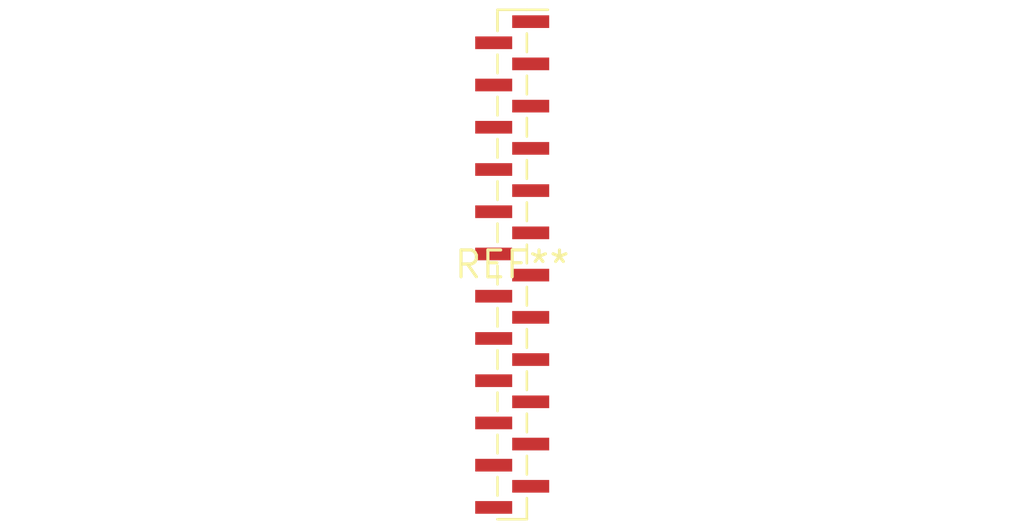
<source format=kicad_pcb>
(kicad_pcb (version 20240108) (generator pcbnew)
  (layers (0 "F.Cu" signal) (31 "B.Cu" signal) (34 "B.Paste" user) (35 "F.Paste" user) (36 "B.SilkS" user "B.Silkscreen") (37 "F.SilkS" user "F.Silkscreen") (38 "B.Mask" user) (39 "F.Mask" user) (44 "Edge.Cuts" user))
  (net 0 "")
  (footprint "PinHeader_1x24_P1.00mm_Vertical_SMD_Pin1Right" (layer "F.Cu") (at 0 0)
    (property "Reference" "REF**")
    (property "Value" "PinHeader_1x24_P1.00mm_Vertical_SMD_Pin1Right")
    (fp_line (start -0.695 -12.06) (end -0.695 -11.06) (layer "F.SilkS") (stroke (width 0.12)))
    (fp_line (start -0.695 -12.06) (end 0.695 -12.06) (layer "F.SilkS") (stroke (width 0.12)))
    (fp_line (start -0.695 -11.94) (end -0.695 -11.06) (layer "F.SilkS") (stroke (width 0.12)))
    (fp_line (start -0.695 -9.94) (end -0.695 -9.06) (layer "F.SilkS") (stroke (width 0.12)))
    (fp_line (start -0.695 -7.94) (end -0.695 -7.06) (layer "F.SilkS") (stroke (width 0.12)))
    (fp_line (start -0.695 -5.94) (end -0.695 -5.06) (layer "F.SilkS") (stroke (width 0.12)))
    (fp_line (start -0.695 -3.94) (end -0.695 -3.06) (layer "F.SilkS") (stroke (width 0.12)))
    (fp_line (start -0.695 -1.94) (end -0.695 -1.06) (layer "F.SilkS") (stroke (width 0.12)))
    (fp_line (start -0.695 0.06) (end -0.695 0.94) (layer "F.SilkS") (stroke (width 0.12)))
    (fp_line (start -0.695 2.06) (end -0.695 2.94) (layer "F.SilkS") (stroke (width 0.12)))
    (fp_line (start -0.695 4.06) (end -0.695 4.94) (layer "F.SilkS") (stroke (width 0.12)))
    (fp_line (start -0.695 6.06) (end -0.695 6.94) (layer "F.SilkS") (stroke (width 0.12)))
    (fp_line (start -0.695 8.06) (end -0.695 8.94) (layer "F.SilkS") (stroke (width 0.12)))
    (fp_line (start -0.695 10.06) (end -0.695 10.94) (layer "F.SilkS") (stroke (width 0.12)))
    (fp_line (start -0.695 12.06) (end -0.695 12.06) (layer "F.SilkS") (stroke (width 0.12)))
    (fp_line (start -0.695 12.06) (end 0.695 12.06) (layer "F.SilkS") (stroke (width 0.12)))
    (fp_line (start 0.695 -12.06) (end 0.695 -12.06) (layer "F.SilkS") (stroke (width 0.12)))
    (fp_line (start 0.695 -12.06) (end 1.69 -12.06) (layer "F.SilkS") (stroke (width 0.12)))
    (fp_line (start 0.695 -10.94) (end 0.695 -10.06) (layer "F.SilkS") (stroke (width 0.12)))
    (fp_line (start 0.695 -8.94) (end 0.695 -8.06) (layer "F.SilkS") (stroke (width 0.12)))
    (fp_line (start 0.695 -6.94) (end 0.695 -6.06) (layer "F.SilkS") (stroke (width 0.12)))
    (fp_line (start 0.695 -4.94) (end 0.695 -4.06) (layer "F.SilkS") (stroke (width 0.12)))
    (fp_line (start 0.695 -2.94) (end 0.695 -2.06) (layer "F.SilkS") (stroke (width 0.12)))
    (fp_line (start 0.695 -0.94) (end 0.695 -0.06) (layer "F.SilkS") (stroke (width 0.12)))
    (fp_line (start 0.695 1.06) (end 0.695 1.94) (layer "F.SilkS") (stroke (width 0.12)))
    (fp_line (start 0.695 3.06) (end 0.695 3.94) (layer "F.SilkS") (stroke (width 0.12)))
    (fp_line (start 0.695 5.06) (end 0.695 5.94) (layer "F.SilkS") (stroke (width 0.12)))
    (fp_line (start 0.695 7.06) (end 0.695 7.94) (layer "F.SilkS") (stroke (width 0.12)))
    (fp_line (start 0.695 9.06) (end 0.695 9.94) (layer "F.SilkS") (stroke (width 0.12)))
    (fp_line (start 0.695 11.06) (end 0.695 12.06) (layer "F.SilkS") (stroke (width 0.12)))
    (pad "1" smd rect (at 0.875 -11.5) (size 1.75 0.6) (layers "F.Cu" "F.Paste" "F.Mask"))
    (pad "2" smd rect (at -0.875 -10.5) (size 1.75 0.6) (layers "F.Cu" "F.Paste" "F.Mask"))
    (pad "3" smd rect (at 0.875 -9.5) (size 1.75 0.6) (layers "F.Cu" "F.Paste" "F.Mask"))
    (pad "4" smd rect (at -0.875 -8.5) (size 1.75 0.6) (layers "F.Cu" "F.Paste" "F.Mask"))
    (pad "5" smd rect (at 0.875 -7.5) (size 1.75 0.6) (layers "F.Cu" "F.Paste" "F.Mask"))
    (pad "6" smd rect (at -0.875 -6.5) (size 1.75 0.6) (layers "F.Cu" "F.Paste" "F.Mask"))
    (pad "7" smd rect (at 0.875 -5.5) (size 1.75 0.6) (layers "F.Cu" "F.Paste" "F.Mask"))
    (pad "8" smd rect (at -0.875 -4.5) (size 1.75 0.6) (layers "F.Cu" "F.Paste" "F.Mask"))
    (pad "9" smd rect (at 0.875 -3.5) (size 1.75 0.6) (layers "F.Cu" "F.Paste" "F.Mask"))
    (pad "10" smd rect (at -0.875 -2.5) (size 1.75 0.6) (layers "F.Cu" "F.Paste" "F.Mask"))
    (pad "11" smd rect (at 0.875 -1.5) (size 1.75 0.6) (layers "F.Cu" "F.Paste" "F.Mask"))
    (pad "12" smd rect (at -0.875 -0.5) (size 1.75 0.6) (layers "F.Cu" "F.Paste" "F.Mask"))
    (pad "13" smd rect (at 0.875 0.5) (size 1.75 0.6) (layers "F.Cu" "F.Paste" "F.Mask"))
    (pad "14" smd rect (at -0.875 1.5) (size 1.75 0.6) (layers "F.Cu" "F.Paste" "F.Mask"))
    (pad "15" smd rect (at 0.875 2.5) (size 1.75 0.6) (layers "F.Cu" "F.Paste" "F.Mask"))
    (pad "16" smd rect (at -0.875 3.5) (size 1.75 0.6) (layers "F.Cu" "F.Paste" "F.Mask"))
    (pad "17" smd rect (at 0.875 4.5) (size 1.75 0.6) (layers "F.Cu" "F.Paste" "F.Mask"))
    (pad "18" smd rect (at -0.875 5.5) (size 1.75 0.6) (layers "F.Cu" "F.Paste" "F.Mask"))
    (pad "19" smd rect (at 0.875 6.5) (size 1.75 0.6) (layers "F.Cu" "F.Paste" "F.Mask"))
    (pad "20" smd rect (at -0.875 7.5) (size 1.75 0.6) (layers "F.Cu" "F.Paste" "F.Mask"))
    (pad "21" smd rect (at 0.875 8.5) (size 1.75 0.6) (layers "F.Cu" "F.Paste" "F.Mask"))
    (pad "22" smd rect (at -0.875 9.5) (size 1.75 0.6) (layers "F.Cu" "F.Paste" "F.Mask"))
    (pad "23" smd rect (at 0.875 10.5) (size 1.75 0.6) (layers "F.Cu" "F.Paste" "F.Mask"))
    (pad "24" smd rect (at -0.875 11.5) (size 1.75 0.6) (layers "F.Cu" "F.Paste" "F.Mask"))
  )
)
</source>
